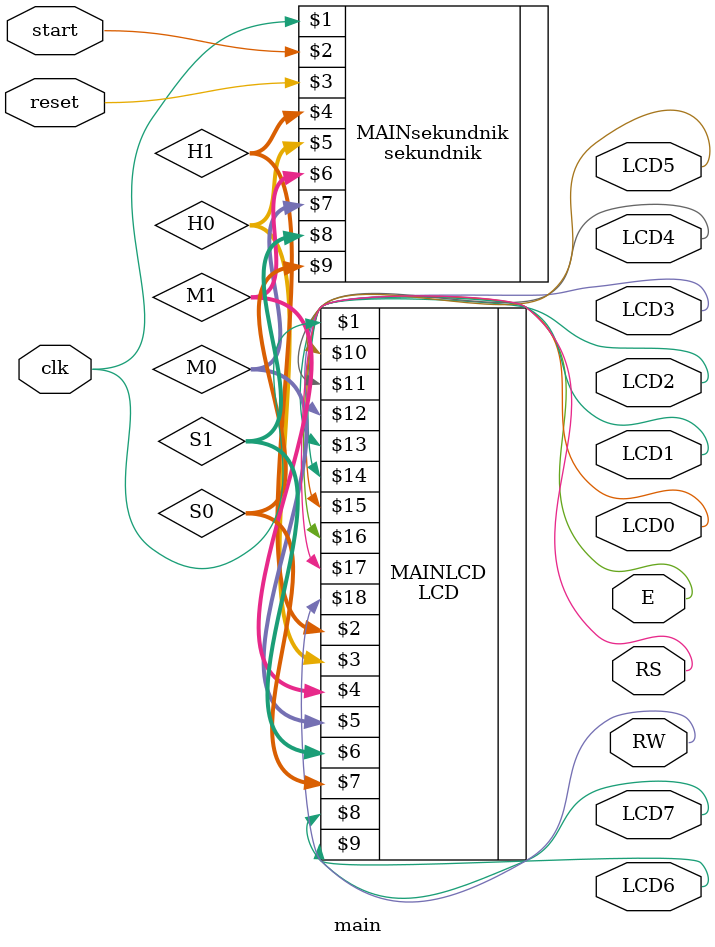
<source format=v>
/* Autorzy: Kamil Wieczorek */
/* Moduł główny łączący moduł sekundnik oraz LCD */
module main (
    input clk,
    input start,
    input reset,
    output E,
    output RS,
    output RW,
    output LCD7,
    output LCD6,
    output LCD5,
    output LCD4,
    output LCD3,
    output LCD2,
    output LCD1,
    output LCD0);

    wire [3:0] H1, H0, M1, M0, S1, S0;

    sekundnik MAINsekundnik(clk,start,reset,H1,H0,M1,M0,S1,S0);

    LCD MAINLCD(clk,H1,H0,M1,M0,S1,S0,LCD7,LCD6,LCD5,LCD4,LCD3,LCD2,LCD1,LCD0,E,RS,RW);

endmodule
</source>
